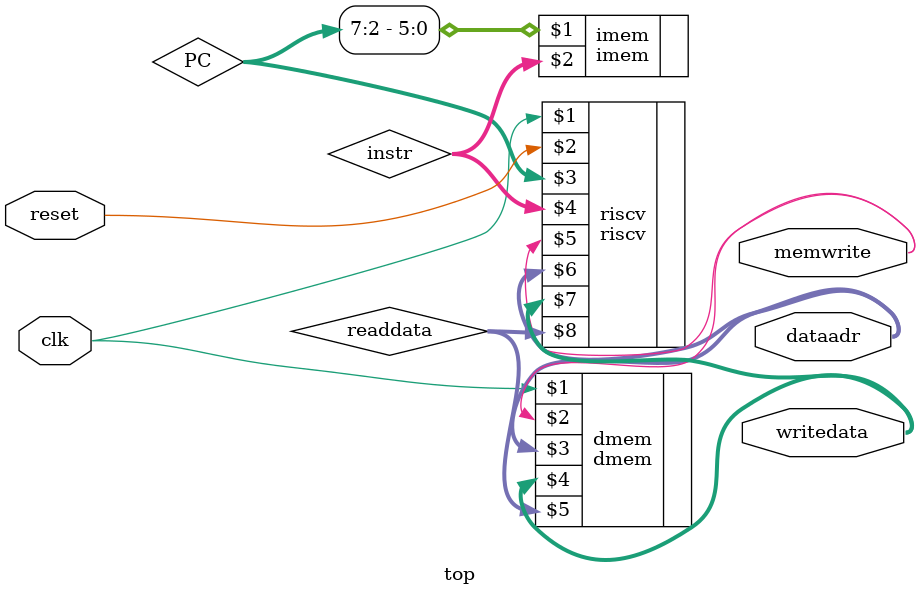
<source format=sv>

module top(
   input  logic        clk , reset,
   output logic [31:0] writedata , dataadr,
   output logic        memwrite 
);

logic [31:0] PC , instr , readdata ;

// instanciation of processor and memories 
riscv riscv(clk ,reset ,PC , instr ,memwrite ,dataadr ,writedata ,readdata);
dmem dmem(clk,memwrite ,dataadr ,writedata ,readdata);
imem imem(PC[7:2] , instr);

endmodule
</source>
